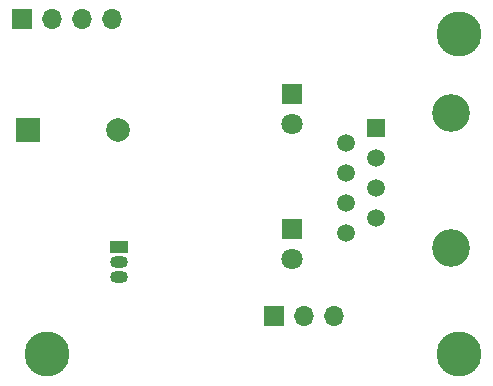
<source format=gbr>
%TF.GenerationSoftware,KiCad,Pcbnew,(6.0.8)*%
%TF.CreationDate,2022-11-06T10:20:19-05:00*%
%TF.ProjectId,SE,53452e6b-6963-4616-945f-706362585858,rev?*%
%TF.SameCoordinates,Original*%
%TF.FileFunction,Soldermask,Bot*%
%TF.FilePolarity,Negative*%
%FSLAX46Y46*%
G04 Gerber Fmt 4.6, Leading zero omitted, Abs format (unit mm)*
G04 Created by KiCad (PCBNEW (6.0.8)) date 2022-11-06 10:20:19*
%MOMM*%
%LPD*%
G01*
G04 APERTURE LIST*
%ADD10R,2.000000X2.000000*%
%ADD11C,2.000000*%
%ADD12R,1.700000X1.700000*%
%ADD13O,1.700000X1.700000*%
%ADD14C,3.800000*%
%ADD15R,1.800000X1.800000*%
%ADD16C,1.800000*%
%ADD17C,3.200000*%
%ADD18R,1.500000X1.500000*%
%ADD19C,1.500000*%
%ADD20R,1.500000X1.050000*%
%ADD21O,1.500000X1.050000*%
G04 APERTURE END LIST*
D10*
%TO.C,BZ1*%
X39126000Y-47244000D03*
D11*
X46726000Y-47244000D03*
%TD*%
D12*
%TO.C,J3*%
X59944000Y-62980000D03*
D13*
X62484000Y-62980000D03*
X65024000Y-62980000D03*
%TD*%
D14*
%TO.C,REF\u002A\u002A*%
X40760000Y-66210000D03*
%TD*%
D12*
%TO.C,J2*%
X38618000Y-37821000D03*
D13*
X41158000Y-37821000D03*
X43698000Y-37821000D03*
X46238000Y-37821000D03*
%TD*%
D15*
%TO.C,D1*%
X61468000Y-44191000D03*
D16*
X61468000Y-46731000D03*
%TD*%
D14*
%TO.C,REF\u002A\u002A*%
X75630000Y-39070000D03*
%TD*%
D15*
%TO.C,D4*%
X61468000Y-55621000D03*
D16*
X61468000Y-58161000D03*
%TD*%
D14*
%TO.C,REF\u002A\u002A*%
X75640000Y-66220000D03*
%TD*%
D17*
%TO.C,J1*%
X74970000Y-45817500D03*
X74970000Y-57247500D03*
D18*
X68620000Y-47087500D03*
D19*
X66080000Y-48357500D03*
X68620000Y-49627500D03*
X66080000Y-50897500D03*
X68620000Y-52167500D03*
X66080000Y-53437500D03*
X68620000Y-54707500D03*
X66080000Y-55977500D03*
%TD*%
D20*
%TO.C,Q4*%
X46842000Y-57150000D03*
D21*
X46842000Y-58420000D03*
X46842000Y-59690000D03*
%TD*%
M02*

</source>
